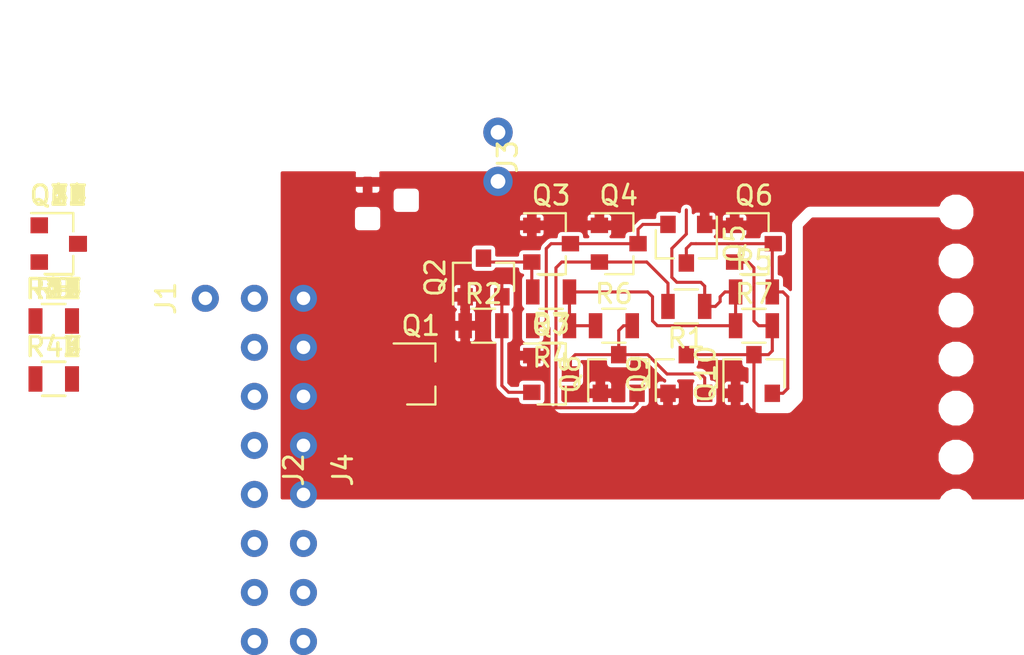
<source format=kicad_pcb>
(kicad_pcb (version 4) (host pcbnew 4.0.7)
  (layers (0 F.Cu signal) (31 B.Cu signal) (34 B.Paste user) (35 F.Paste user) (36 B.SilkS user) (37 F.SilkS user) (38 B.Mask user) (39 F.Mask user) (44 Edge.Cuts user))
  (net 0 "")
  (net 1 GND)
  (net 2 /notW)
  (net 3 VCC)
  (net 4 /W)
  (net 5 /I0)
  (net 6 /I1)
  (net 7 /I2)
  (net 8 /I3)
  (net 9 /I4)
  (net 10 /I5)
  (net 11 /I6)
  (net 12 /I7)
  (net 13 /O0)
  (net 14 /O1)
  (net 15 /O2)
  (net 16 /O3)
  (net 17 /O4)
  (net 18 /O5)
  (net 19 /O6)
  (net 20 /O7)
  (net 21 "Net-(Q10-Pad2)")
  (net 22 "Net-(Q11-Pad3)")
  (net 23 "Net-(Q12-Pad3)")
  (net 24 "Net-(Q14-Pad3)")
  (net 25 "Net-(Q16-Pad3)")
  (net 26 "Net-(Q20-Pad3)")
  (net 27 "Net-(Q21-Pad3)")
  (net 28 "Net-(Q23-Pad3)")
  (net 29 "Net-(Q25-Pad3)")
  (net 30 "Net-(Q48-Pad3)")
  (net 31 "Net-(Q50-Pad3)")
  (net 32 "Net-(Q52-Pad3)")
  (net 33 "Net-(Q56-Pad3)")
  (net 34 "Net-(Q2-Pad3)")
  (net 35 "Net-(Q3-Pad3)")
  (net 36 "Net-(Q7-Pad3)")
  (net 37 "Net-(Q29-Pad3)")
  (net 38 "Net-(Q30-Pad3)")
  (net 39 "Net-(Q32-Pad3)")
  (net 40 "Net-(Q34-Pad3)")
  (net 41 "Net-(Q38-Pad3)")
  (net 42 "Net-(Q39-Pad3)")
  (net 43 "Net-(Q41-Pad3)")
  (net 44 "Net-(Q43-Pad3)")
  (net 45 "Net-(Q47-Pad3)")
  (net 46 "Net-(Q57-Pad3)")
  (net 47 "Net-(Q59-Pad3)")
  (net 48 "Net-(Q61-Pad3)")
  (net 49 "Net-(Q65-Pad3)")
  (net 50 "Net-(Q66-Pad3)")
  (net 51 "Net-(Q68-Pad3)")
  (net 52 "Net-(Q70-Pad3)")
  (module Resistors_SMD:R_0805 (layer F.Cu) (at 130 68.25)
    (fp_text reference R5 (at 0 -1.65) (layer F.SilkS))
    (fp_text value R)
    (pad 1 smd rect (at -0.95 0) (size 0.7 1.3) (layers F.Cu F.Paste F.Mask) (net 3 VCC))
    (pad 2 smd rect (at 0.95 0) (size 0.7 1.3) (layers F.Cu F.Paste F.Mask) (net 21 "Net-(Q10-Pad2)"))
  )
  (module TO_SOT_Packages_SMD:SOT-23 (layer F.Cu) (at 112.75 72.5)
    (fp_text reference Q1 (at 0 -2.5) (layer F.SilkS))
    (fp_text value 2N7000)
    (pad 1 smd rect (at -1 -0.95) (size 0.9 0.8) (layers F.Cu F.Paste F.Mask) (net 1 GND))
    (pad 2 smd rect (at -1 0.95) (size 0.9 0.8) (layers F.Cu F.Paste F.Mask) (net 4 /W))
    (pad 3 smd rect (at 1 0) (size 0.9 0.8) (layers F.Cu F.Paste F.Mask) (net 2 /notW))
  )
  (module TO_SOT_Packages_SMD:SOT-23 (layer F.Cu) (at 116 67.5 90)
    (fp_text reference Q2 (at 0 -2.5 90) (layer F.SilkS))
    (fp_text value 2N7000)
    (pad 1 smd rect (at -1 -0.95 90) (size 0.9 0.8) (layers F.Cu F.Paste F.Mask) (net 1 GND))
    (pad 2 smd rect (at -1 0.95 90) (size 0.9 0.8) (layers F.Cu F.Paste F.Mask) (net 5 /I0))
    (pad 3 smd rect (at 1 0 90) (size 0.9 0.8) (layers F.Cu F.Paste F.Mask) (net 34 "Net-(Q2-Pad3)"))
  )
  (module TO_SOT_Packages_SMD:SOT-23 (layer F.Cu) (at 119.5 65.75)
    (fp_text reference Q3 (at 0 -2.5) (layer F.SilkS))
    (fp_text value 2N7000)
    (pad 1 smd rect (at -1 -0.95) (size 0.9 0.8) (layers F.Cu F.Paste F.Mask) (net 1 GND))
    (pad 2 smd rect (at -1 0.95) (size 0.9 0.8) (layers F.Cu F.Paste F.Mask) (net 34 "Net-(Q2-Pad3)"))
    (pad 3 smd rect (at 1 0) (size 0.9 0.8) (layers F.Cu F.Paste F.Mask) (net 35 "Net-(Q3-Pad3)"))
  )
  (module TO_SOT_Packages_SMD:SOT-23 (layer F.Cu) (at 123 65.75)
    (fp_text reference Q4 (at 0 -2.5) (layer F.SilkS))
    (fp_text value 2N7000)
    (pad 1 smd rect (at -1 -0.95) (size 0.9 0.8) (layers F.Cu F.Paste F.Mask) (net 1 GND))
    (pad 2 smd rect (at -1 0.95) (size 0.9 0.8) (layers F.Cu F.Paste F.Mask) (net 2 /notW))
    (pad 3 smd rect (at 1 0) (size 0.9 0.8) (layers F.Cu F.Paste F.Mask) (net 35 "Net-(Q3-Pad3)"))
  )
  (module TO_SOT_Packages_SMD:SOT-23 (layer F.Cu) (at 126.5 65.75 270)
    (fp_text reference Q5 (at 0 -2.5 270) (layer F.SilkS))
    (fp_text value 2N7000)
    (pad 1 smd rect (at -1 -0.95 270) (size 0.9 0.8) (layers F.Cu F.Paste F.Mask) (net 1 GND))
    (pad 2 smd rect (at -1 0.95 270) (size 0.9 0.8) (layers F.Cu F.Paste F.Mask) (net 35 "Net-(Q3-Pad3)"))
    (pad 3 smd rect (at 1 0 270) (size 0.9 0.8) (layers F.Cu F.Paste F.Mask) (net 21 "Net-(Q10-Pad2)"))
  )
  (module TO_SOT_Packages_SMD:SOT-23 (layer F.Cu) (at 130 65.75)
    (fp_text reference Q6 (at 0 -2.5) (layer F.SilkS))
    (fp_text value 2N7000)
    (pad 1 smd rect (at -1 -0.95) (size 0.9 0.8) (layers F.Cu F.Paste F.Mask) (net 1 GND))
    (pad 2 smd rect (at -1 0.95) (size 0.9 0.8) (layers F.Cu F.Paste F.Mask) (net 13 /O0))
    (pad 3 smd rect (at 1 0) (size 0.9 0.8) (layers F.Cu F.Paste F.Mask) (net 21 "Net-(Q10-Pad2)"))
  )
  (module TO_SOT_Packages_SMD:SOT-23 (layer F.Cu) (at 119.5 72.5)
    (fp_text reference Q7 (at 0 -2.5) (layer F.SilkS))
    (fp_text value 2N7000)
    (pad 1 smd rect (at -1 -0.95) (size 0.9 0.8) (layers F.Cu F.Paste F.Mask) (net 1 GND))
    (pad 2 smd rect (at -1 0.95) (size 0.9 0.8) (layers F.Cu F.Paste F.Mask) (net 5 /I0))
    (pad 3 smd rect (at 1 0) (size 0.9 0.8) (layers F.Cu F.Paste F.Mask) (net 36 "Net-(Q7-Pad3)"))
  )
  (module TO_SOT_Packages_SMD:SOT-23 (layer F.Cu) (at 123 72.5 90)
    (fp_text reference Q8 (at 0 -2.5 90) (layer F.SilkS))
    (fp_text value 2N7000)
    (pad 1 smd rect (at -1 -0.95 90) (size 0.9 0.8) (layers F.Cu F.Paste F.Mask) (net 1 GND))
    (pad 2 smd rect (at -1 0.95 90) (size 0.9 0.8) (layers F.Cu F.Paste F.Mask) (net 2 /notW))
    (pad 3 smd rect (at 1 0 90) (size 0.9 0.8) (layers F.Cu F.Paste F.Mask) (net 36 "Net-(Q7-Pad3)"))
  )
  (module TO_SOT_Packages_SMD:SOT-23 (layer F.Cu) (at 126.5 72.5 90)
    (fp_text reference Q9 (at 0 -2.5 90) (layer F.SilkS))
    (fp_text value 2N7000)
    (pad 1 smd rect (at -1 -0.95 90) (size 0.9 0.8) (layers F.Cu F.Paste F.Mask) (net 1 GND))
    (pad 2 smd rect (at -1 0.95 90) (size 0.9 0.8) (layers F.Cu F.Paste F.Mask) (net 36 "Net-(Q7-Pad3)"))
    (pad 3 smd rect (at 1 0 90) (size 0.9 0.8) (layers F.Cu F.Paste F.Mask) (net 13 /O0))
  )
  (module Resistors_SMD:R_0805 (layer F.Cu) (at 126.5 69 180)
    (fp_text reference R1 (at 0 -1.65 180) (layer F.SilkS))
    (fp_text value R)
    (pad 1 smd rect (at -0.95 0 180) (size 0.7 1.3) (layers F.Cu F.Paste F.Mask) (net 3 VCC))
    (pad 2 smd rect (at 0.95 0 180) (size 0.7 1.3) (layers F.Cu F.Paste F.Mask) (net 2 /notW))
  )
  (module Resistors_SMD:R_0805 (layer F.Cu) (at 116 70)
    (fp_text reference R2 (at 0 -1.65) (layer F.SilkS))
    (fp_text value R)
    (pad 1 smd rect (at -0.95 0) (size 0.7 1.3) (layers F.Cu F.Paste F.Mask) (net 1 GND))
    (pad 2 smd rect (at 0.95 0) (size 0.7 1.3) (layers F.Cu F.Paste F.Mask) (net 5 /I0))
  )
  (module Resistors_SMD:R_0805 (layer F.Cu) (at 119.5 68.25 180)
    (fp_text reference R3 (at 0 -1.65 180) (layer F.SilkS))
    (fp_text value R)
    (pad 1 smd rect (at -0.95 0 180) (size 0.7 1.3) (layers F.Cu F.Paste F.Mask) (net 3 VCC))
    (pad 2 smd rect (at 0.95 0 180) (size 0.7 1.3) (layers F.Cu F.Paste F.Mask) (net 34 "Net-(Q2-Pad3)"))
  )
  (module Resistors_SMD:R_0805 (layer F.Cu) (at 119.5 70 180)
    (fp_text reference R4 (at 0 -1.65 180) (layer F.SilkS))
    (fp_text value R)
    (pad 1 smd rect (at -0.95 0 180) (size 0.7 1.3) (layers F.Cu F.Paste F.Mask) (net 3 VCC))
    (pad 2 smd rect (at 0.95 0 180) (size 0.7 1.3) (layers F.Cu F.Paste F.Mask) (net 35 "Net-(Q3-Pad3)"))
  )
  (module emlun:J1-1_bit_bus (layer F.Cu) (at 99.06 68.58 90)
    (fp_text reference J1 (at 0 0.5 90) (layer F.SilkS))
    (fp_text value J1-1_bit_bus)
    (pad 1 thru_hole circle (at 0 2.54 90) (size 1.4 1.4) (drill 0.7) (layers *.Cu *.Mask) (net 4 /W))
  )
  (module emlun:J8-8_bit_bus_connector (layer F.Cu) (at 106.68 77.47 270)
    (fp_text reference J2 (at 0 0.5 270) (layer F.SilkS))
    (fp_text value J8-8_bit_bus_connector)
    (pad 0 thru_hole circle (at -8.89 2.54 270) (size 1.4 1.4) (drill 0.7) (layers *.Cu *.Mask) (net 5 /I0))
    (pad 1 thru_hole circle (at -6.35 2.54 270) (size 1.4 1.4) (drill 0.7) (layers *.Cu *.Mask) (net 6 /I1))
    (pad 2 thru_hole circle (at -3.81 2.54 270) (size 1.4 1.4) (drill 0.7) (layers *.Cu *.Mask) (net 7 /I2))
    (pad 3 thru_hole circle (at -1.27 2.54 270) (size 1.4 1.4) (drill 0.7) (layers *.Cu *.Mask) (net 8 /I3))
    (pad 4 thru_hole circle (at 1.27 2.54 270) (size 1.4 1.4) (drill 0.7) (layers *.Cu *.Mask) (net 9 /I4))
    (pad 5 thru_hole circle (at 3.81 2.54 270) (size 1.4 1.4) (drill 0.7) (layers *.Cu *.Mask) (net 10 /I5))
    (pad 6 thru_hole circle (at 6.35 2.54 270) (size 1.4 1.4) (drill 0.7) (layers *.Cu *.Mask) (net 11 /I6))
    (pad 7 thru_hole circle (at 8.89 2.54 270) (size 1.4 1.4) (drill 0.7) (layers *.Cu *.Mask) (net 12 /I7))
  )
  (module emlun:J2-2_pole_connector (layer F.Cu) (at 116.75 61.25 90)
    (fp_text reference J3 (at 0 0.5 90) (layer F.SilkS))
    (fp_text value J2-2_pole_connector)
    (pad 1 thru_hole circle (at -1.27 0 90) (size 1.524 1.524) (drill 0.762) (layers *.Cu *.Mask) (net 1 GND))
    (pad 2 thru_hole circle (at 1.27 0 90) (size 1.524 1.524) (drill 0.762) (layers *.Cu *.Mask) (net 3 VCC))
  )
  (module emlun:J8-8_bit_bus_connector (layer F.Cu) (at 109.22 77.47 270)
    (fp_text reference J4 (at 0 0.5 270) (layer F.SilkS))
    (fp_text value J8-8_bit_bus_connector)
    (pad 0 thru_hole circle (at -8.89 2.54 270) (size 1.4 1.4) (drill 0.7) (layers *.Cu *.Mask) (net 13 /O0))
    (pad 1 thru_hole circle (at -6.35 2.54 270) (size 1.4 1.4) (drill 0.7) (layers *.Cu *.Mask) (net 14 /O1))
    (pad 2 thru_hole circle (at -3.81 2.54 270) (size 1.4 1.4) (drill 0.7) (layers *.Cu *.Mask) (net 15 /O2))
    (pad 3 thru_hole circle (at -1.27 2.54 270) (size 1.4 1.4) (drill 0.7) (layers *.Cu *.Mask) (net 16 /O3))
    (pad 4 thru_hole circle (at 1.27 2.54 270) (size 1.4 1.4) (drill 0.7) (layers *.Cu *.Mask) (net 17 /O4))
    (pad 5 thru_hole circle (at 3.81 2.54 270) (size 1.4 1.4) (drill 0.7) (layers *.Cu *.Mask) (net 18 /O5))
    (pad 6 thru_hole circle (at 6.35 2.54 270) (size 1.4 1.4) (drill 0.7) (layers *.Cu *.Mask) (net 19 /O6))
    (pad 7 thru_hole circle (at 8.89 2.54 270) (size 1.4 1.4) (drill 0.7) (layers *.Cu *.Mask) (net 20 /O7))
  )
  (module TO_SOT_Packages_SMD:SOT-23 (layer F.Cu) (at 130 72.5 90)
    (fp_text reference Q10 (at 0 -2.5 90) (layer F.SilkS))
    (fp_text value 2N7000)
    (pad 1 smd rect (at -1 -0.95 90) (size 0.9 0.8) (layers F.Cu F.Paste F.Mask) (net 1 GND))
    (pad 2 smd rect (at -1 0.95 90) (size 0.9 0.8) (layers F.Cu F.Paste F.Mask) (net 21 "Net-(Q10-Pad2)"))
    (pad 3 smd rect (at 1 0 90) (size 0.9 0.8) (layers F.Cu F.Paste F.Mask) (net 13 /O0))
  )
  (module TO_SOT_Packages_SMD:SOT-23 (layer F.Cu) (at 94 65.75)
    (fp_text reference Q11 (at 0 -2.5) (layer F.SilkS))
    (fp_text value 2N7000)
    (pad 1 smd rect (at -1 -0.95) (size 0.9 0.8) (layers F.Cu F.Paste F.Mask) (net 1 GND))
    (pad 2 smd rect (at -1 0.95) (size 0.9 0.8) (layers F.Cu F.Paste F.Mask) (net 6 /I1))
    (pad 3 smd rect (at 1 0) (size 0.9 0.8) (layers F.Cu F.Paste F.Mask) (net 22 "Net-(Q11-Pad3)"))
  )
  (module TO_SOT_Packages_SMD:SOT-23 (layer F.Cu) (at 94 65.75)
    (fp_text reference Q12 (at 0 -2.5) (layer F.SilkS))
    (fp_text value 2N7000)
    (pad 1 smd rect (at -1 -0.95) (size 0.9 0.8) (layers F.Cu F.Paste F.Mask) (net 1 GND))
    (pad 2 smd rect (at -1 0.95) (size 0.9 0.8) (layers F.Cu F.Paste F.Mask) (net 22 "Net-(Q11-Pad3)"))
    (pad 3 smd rect (at 1 0) (size 0.9 0.8) (layers F.Cu F.Paste F.Mask) (net 23 "Net-(Q12-Pad3)"))
  )
  (module TO_SOT_Packages_SMD:SOT-23 (layer F.Cu) (at 94 65.75)
    (fp_text reference Q13 (at 0 -2.5) (layer F.SilkS))
    (fp_text value 2N7000)
    (pad 1 smd rect (at -1 -0.95) (size 0.9 0.8) (layers F.Cu F.Paste F.Mask) (net 1 GND))
    (pad 2 smd rect (at -1 0.95) (size 0.9 0.8) (layers F.Cu F.Paste F.Mask) (net 2 /notW))
    (pad 3 smd rect (at 1 0) (size 0.9 0.8) (layers F.Cu F.Paste F.Mask) (net 23 "Net-(Q12-Pad3)"))
  )
  (module TO_SOT_Packages_SMD:SOT-23 (layer F.Cu) (at 94 65.75)
    (fp_text reference Q14 (at 0 -2.5) (layer F.SilkS))
    (fp_text value 2N7000)
    (pad 1 smd rect (at -1 -0.95) (size 0.9 0.8) (layers F.Cu F.Paste F.Mask) (net 1 GND))
    (pad 2 smd rect (at -1 0.95) (size 0.9 0.8) (layers F.Cu F.Paste F.Mask) (net 23 "Net-(Q12-Pad3)"))
    (pad 3 smd rect (at 1 0) (size 0.9 0.8) (layers F.Cu F.Paste F.Mask) (net 24 "Net-(Q14-Pad3)"))
  )
  (module TO_SOT_Packages_SMD:SOT-23 (layer F.Cu) (at 94 65.75)
    (fp_text reference Q15 (at 0 -2.5) (layer F.SilkS))
    (fp_text value 2N7000)
    (pad 1 smd rect (at -1 -0.95) (size 0.9 0.8) (layers F.Cu F.Paste F.Mask) (net 1 GND))
    (pad 2 smd rect (at -1 0.95) (size 0.9 0.8) (layers F.Cu F.Paste F.Mask) (net 14 /O1))
    (pad 3 smd rect (at 1 0) (size 0.9 0.8) (layers F.Cu F.Paste F.Mask) (net 24 "Net-(Q14-Pad3)"))
  )
  (module TO_SOT_Packages_SMD:SOT-23 (layer F.Cu) (at 94 65.75)
    (fp_text reference Q16 (at 0 -2.5) (layer F.SilkS))
    (fp_text value 2N7000)
    (pad 1 smd rect (at -1 -0.95) (size 0.9 0.8) (layers F.Cu F.Paste F.Mask) (net 1 GND))
    (pad 2 smd rect (at -1 0.95) (size 0.9 0.8) (layers F.Cu F.Paste F.Mask) (net 6 /I1))
    (pad 3 smd rect (at 1 0) (size 0.9 0.8) (layers F.Cu F.Paste F.Mask) (net 25 "Net-(Q16-Pad3)"))
  )
  (module TO_SOT_Packages_SMD:SOT-23 (layer F.Cu) (at 94 65.75)
    (fp_text reference Q17 (at 0 -2.5) (layer F.SilkS))
    (fp_text value 2N7000)
    (pad 1 smd rect (at -1 -0.95) (size 0.9 0.8) (layers F.Cu F.Paste F.Mask) (net 1 GND))
    (pad 2 smd rect (at -1 0.95) (size 0.9 0.8) (layers F.Cu F.Paste F.Mask) (net 2 /notW))
    (pad 3 smd rect (at 1 0) (size 0.9 0.8) (layers F.Cu F.Paste F.Mask) (net 25 "Net-(Q16-Pad3)"))
  )
  (module TO_SOT_Packages_SMD:SOT-23 (layer F.Cu) (at 94 65.75)
    (fp_text reference Q18 (at 0 -2.5) (layer F.SilkS))
    (fp_text value 2N7000)
    (pad 1 smd rect (at -1 -0.95) (size 0.9 0.8) (layers F.Cu F.Paste F.Mask) (net 1 GND))
    (pad 2 smd rect (at -1 0.95) (size 0.9 0.8) (layers F.Cu F.Paste F.Mask) (net 25 "Net-(Q16-Pad3)"))
    (pad 3 smd rect (at 1 0) (size 0.9 0.8) (layers F.Cu F.Paste F.Mask) (net 14 /O1))
  )
  (module TO_SOT_Packages_SMD:SOT-23 (layer F.Cu) (at 94 65.75)
    (fp_text reference Q19 (at 0 -2.5) (layer F.SilkS))
    (fp_text value 2N7000)
    (pad 1 smd rect (at -1 -0.95) (size 0.9 0.8) (layers F.Cu F.Paste F.Mask) (net 1 GND))
    (pad 2 smd rect (at -1 0.95) (size 0.9 0.8) (layers F.Cu F.Paste F.Mask) (net 24 "Net-(Q14-Pad3)"))
    (pad 3 smd rect (at 1 0) (size 0.9 0.8) (layers F.Cu F.Paste F.Mask) (net 14 /O1))
  )
  (module TO_SOT_Packages_SMD:SOT-23 (layer F.Cu) (at 94 65.75)
    (fp_text reference Q20 (at 0 -2.5) (layer F.SilkS))
    (fp_text value 2N7000)
    (pad 1 smd rect (at -1 -0.95) (size 0.9 0.8) (layers F.Cu F.Paste F.Mask) (net 1 GND))
    (pad 2 smd rect (at -1 0.95) (size 0.9 0.8) (layers F.Cu F.Paste F.Mask) (net 7 /I2))
    (pad 3 smd rect (at 1 0) (size 0.9 0.8) (layers F.Cu F.Paste F.Mask) (net 26 "Net-(Q20-Pad3)"))
  )
  (module TO_SOT_Packages_SMD:SOT-23 (layer F.Cu) (at 94 65.75)
    (fp_text reference Q21 (at 0 -2.5) (layer F.SilkS))
    (fp_text value 2N7000)
    (pad 1 smd rect (at -1 -0.95) (size 0.9 0.8) (layers F.Cu F.Paste F.Mask) (net 1 GND))
    (pad 2 smd rect (at -1 0.95) (size 0.9 0.8) (layers F.Cu F.Paste F.Mask) (net 26 "Net-(Q20-Pad3)"))
    (pad 3 smd rect (at 1 0) (size 0.9 0.8) (layers F.Cu F.Paste F.Mask) (net 27 "Net-(Q21-Pad3)"))
  )
  (module TO_SOT_Packages_SMD:SOT-23 (layer F.Cu) (at 94 65.75)
    (fp_text reference Q22 (at 0 -2.5) (layer F.SilkS))
    (fp_text value 2N7000)
    (pad 1 smd rect (at -1 -0.95) (size 0.9 0.8) (layers F.Cu F.Paste F.Mask) (net 1 GND))
    (pad 2 smd rect (at -1 0.95) (size 0.9 0.8) (layers F.Cu F.Paste F.Mask) (net 2 /notW))
    (pad 3 smd rect (at 1 0) (size 0.9 0.8) (layers F.Cu F.Paste F.Mask) (net 27 "Net-(Q21-Pad3)"))
  )
  (module TO_SOT_Packages_SMD:SOT-23 (layer F.Cu) (at 94 65.75)
    (fp_text reference Q23 (at 0 -2.5) (layer F.SilkS))
    (fp_text value 2N7000)
    (pad 1 smd rect (at -1 -0.95) (size 0.9 0.8) (layers F.Cu F.Paste F.Mask) (net 1 GND))
    (pad 2 smd rect (at -1 0.95) (size 0.9 0.8) (layers F.Cu F.Paste F.Mask) (net 27 "Net-(Q21-Pad3)"))
    (pad 3 smd rect (at 1 0) (size 0.9 0.8) (layers F.Cu F.Paste F.Mask) (net 28 "Net-(Q23-Pad3)"))
  )
  (module TO_SOT_Packages_SMD:SOT-23 (layer F.Cu) (at 94 65.75)
    (fp_text reference Q24 (at 0 -2.5) (layer F.SilkS))
    (fp_text value 2N7000)
    (pad 1 smd rect (at -1 -0.95) (size 0.9 0.8) (layers F.Cu F.Paste F.Mask) (net 1 GND))
    (pad 2 smd rect (at -1 0.95) (size 0.9 0.8) (layers F.Cu F.Paste F.Mask) (net 15 /O2))
    (pad 3 smd rect (at 1 0) (size 0.9 0.8) (layers F.Cu F.Paste F.Mask) (net 28 "Net-(Q23-Pad3)"))
  )
  (module TO_SOT_Packages_SMD:SOT-23 (layer F.Cu) (at 94 65.75)
    (fp_text reference Q25 (at 0 -2.5) (layer F.SilkS))
    (fp_text value 2N7000)
    (pad 1 smd rect (at -1 -0.95) (size 0.9 0.8) (layers F.Cu F.Paste F.Mask) (net 1 GND))
    (pad 2 smd rect (at -1 0.95) (size 0.9 0.8) (layers F.Cu F.Paste F.Mask) (net 7 /I2))
    (pad 3 smd rect (at 1 0) (size 0.9 0.8) (layers F.Cu F.Paste F.Mask) (net 29 "Net-(Q25-Pad3)"))
  )
  (module TO_SOT_Packages_SMD:SOT-23 (layer F.Cu) (at 94 65.75)
    (fp_text reference Q26 (at 0 -2.5) (layer F.SilkS))
    (fp_text value 2N7000)
    (pad 1 smd rect (at -1 -0.95) (size 0.9 0.8) (layers F.Cu F.Paste F.Mask) (net 1 GND))
    (pad 2 smd rect (at -1 0.95) (size 0.9 0.8) (layers F.Cu F.Paste F.Mask) (net 2 /notW))
    (pad 3 smd rect (at 1 0) (size 0.9 0.8) (layers F.Cu F.Paste F.Mask) (net 29 "Net-(Q25-Pad3)"))
  )
  (module TO_SOT_Packages_SMD:SOT-23 (layer F.Cu) (at 94 65.75)
    (fp_text reference Q27 (at 0 -2.5) (layer F.SilkS))
    (fp_text value 2N7000)
    (pad 1 smd rect (at -1 -0.95) (size 0.9 0.8) (layers F.Cu F.Paste F.Mask) (net 1 GND))
    (pad 2 smd rect (at -1 0.95) (size 0.9 0.8) (layers F.Cu F.Paste F.Mask) (net 29 "Net-(Q25-Pad3)"))
    (pad 3 smd rect (at 1 0) (size 0.9 0.8) (layers F.Cu F.Paste F.Mask) (net 15 /O2))
  )
  (module TO_SOT_Packages_SMD:SOT-23 (layer F.Cu) (at 94 65.75)
    (fp_text reference Q28 (at 0 -2.5) (layer F.SilkS))
    (fp_text value 2N7000)
    (pad 1 smd rect (at -1 -0.95) (size 0.9 0.8) (layers F.Cu F.Paste F.Mask) (net 1 GND))
    (pad 2 smd rect (at -1 0.95) (size 0.9 0.8) (layers F.Cu F.Paste F.Mask) (net 28 "Net-(Q23-Pad3)"))
    (pad 3 smd rect (at 1 0) (size 0.9 0.8) (layers F.Cu F.Paste F.Mask) (net 15 /O2))
  )
  (module TO_SOT_Packages_SMD:SOT-23 (layer F.Cu) (at 94 65.75)
    (fp_text reference Q29 (at 0 -2.5) (layer F.SilkS))
    (fp_text value 2N7000)
    (pad 1 smd rect (at -1 -0.95) (size 0.9 0.8) (layers F.Cu F.Paste F.Mask) (net 1 GND))
    (pad 2 smd rect (at -1 0.95) (size 0.9 0.8) (layers F.Cu F.Paste F.Mask) (net 8 /I3))
    (pad 3 smd rect (at 1 0) (size 0.9 0.8) (layers F.Cu F.Paste F.Mask) (net 37 "Net-(Q29-Pad3)"))
  )
  (module TO_SOT_Packages_SMD:SOT-23 (layer F.Cu) (at 94 65.75)
    (fp_text reference Q30 (at 0 -2.5) (layer F.SilkS))
    (fp_text value 2N7000)
    (pad 1 smd rect (at -1 -0.95) (size 0.9 0.8) (layers F.Cu F.Paste F.Mask) (net 1 GND))
    (pad 2 smd rect (at -1 0.95) (size 0.9 0.8) (layers F.Cu F.Paste F.Mask) (net 37 "Net-(Q29-Pad3)"))
    (pad 3 smd rect (at 1 0) (size 0.9 0.8) (layers F.Cu F.Paste F.Mask) (net 38 "Net-(Q30-Pad3)"))
  )
  (module TO_SOT_Packages_SMD:SOT-23 (layer F.Cu) (at 94 65.75)
    (fp_text reference Q31 (at 0 -2.5) (layer F.SilkS))
    (fp_text value 2N7000)
    (pad 1 smd rect (at -1 -0.95) (size 0.9 0.8) (layers F.Cu F.Paste F.Mask) (net 1 GND))
    (pad 2 smd rect (at -1 0.95) (size 0.9 0.8) (layers F.Cu F.Paste F.Mask) (net 2 /notW))
    (pad 3 smd rect (at 1 0) (size 0.9 0.8) (layers F.Cu F.Paste F.Mask) (net 38 "Net-(Q30-Pad3)"))
  )
  (module TO_SOT_Packages_SMD:SOT-23 (layer F.Cu) (at 94 65.75)
    (fp_text reference Q32 (at 0 -2.5) (layer F.SilkS))
    (fp_text value 2N7000)
    (pad 1 smd rect (at -1 -0.95) (size 0.9 0.8) (layers F.Cu F.Paste F.Mask) (net 1 GND))
    (pad 2 smd rect (at -1 0.95) (size 0.9 0.8) (layers F.Cu F.Paste F.Mask) (net 38 "Net-(Q30-Pad3)"))
    (pad 3 smd rect (at 1 0) (size 0.9 0.8) (layers F.Cu F.Paste F.Mask) (net 39 "Net-(Q32-Pad3)"))
  )
  (module TO_SOT_Packages_SMD:SOT-23 (layer F.Cu) (at 94 65.75)
    (fp_text reference Q33 (at 0 -2.5) (layer F.SilkS))
    (fp_text value 2N7000)
    (pad 1 smd rect (at -1 -0.95) (size 0.9 0.8) (layers F.Cu F.Paste F.Mask) (net 1 GND))
    (pad 2 smd rect (at -1 0.95) (size 0.9 0.8) (layers F.Cu F.Paste F.Mask) (net 16 /O3))
    (pad 3 smd rect (at 1 0) (size 0.9 0.8) (layers F.Cu F.Paste F.Mask) (net 39 "Net-(Q32-Pad3)"))
  )
  (module TO_SOT_Packages_SMD:SOT-23 (layer F.Cu) (at 94 65.75)
    (fp_text reference Q34 (at 0 -2.5) (layer F.SilkS))
    (fp_text value 2N7000)
    (pad 1 smd rect (at -1 -0.95) (size 0.9 0.8) (layers F.Cu F.Paste F.Mask) (net 1 GND))
    (pad 2 smd rect (at -1 0.95) (size 0.9 0.8) (layers F.Cu F.Paste F.Mask) (net 8 /I3))
    (pad 3 smd rect (at 1 0) (size 0.9 0.8) (layers F.Cu F.Paste F.Mask) (net 40 "Net-(Q34-Pad3)"))
  )
  (module TO_SOT_Packages_SMD:SOT-23 (layer F.Cu) (at 94 65.75)
    (fp_text reference Q35 (at 0 -2.5) (layer F.SilkS))
    (fp_text value 2N7000)
    (pad 1 smd rect (at -1 -0.95) (size 0.9 0.8) (layers F.Cu F.Paste F.Mask) (net 1 GND))
    (pad 2 smd rect (at -1 0.95) (size 0.9 0.8) (layers F.Cu F.Paste F.Mask) (net 2 /notW))
    (pad 3 smd rect (at 1 0) (size 0.9 0.8) (layers F.Cu F.Paste F.Mask) (net 40 "Net-(Q34-Pad3)"))
  )
  (module TO_SOT_Packages_SMD:SOT-23 (layer F.Cu) (at 94 65.75)
    (fp_text reference Q36 (at 0 -2.5) (layer F.SilkS))
    (fp_text value 2N7000)
    (pad 1 smd rect (at -1 -0.95) (size 0.9 0.8) (layers F.Cu F.Paste F.Mask) (net 1 GND))
    (pad 2 smd rect (at -1 0.95) (size 0.9 0.8) (layers F.Cu F.Paste F.Mask) (net 40 "Net-(Q34-Pad3)"))
    (pad 3 smd rect (at 1 0) (size 0.9 0.8) (layers F.Cu F.Paste F.Mask) (net 16 /O3))
  )
  (module TO_SOT_Packages_SMD:SOT-23 (layer F.Cu) (at 94 65.75)
    (fp_text reference Q37 (at 0 -2.5) (layer F.SilkS))
    (fp_text value 2N7000)
    (pad 1 smd rect (at -1 -0.95) (size 0.9 0.8) (layers F.Cu F.Paste F.Mask) (net 1 GND))
    (pad 2 smd rect (at -1 0.95) (size 0.9 0.8) (layers F.Cu F.Paste F.Mask) (net 39 "Net-(Q32-Pad3)"))
    (pad 3 smd rect (at 1 0) (size 0.9 0.8) (layers F.Cu F.Paste F.Mask) (net 16 /O3))
  )
  (module TO_SOT_Packages_SMD:SOT-23 (layer F.Cu) (at 94 65.75)
    (fp_text reference Q38 (at 0 -2.5) (layer F.SilkS))
    (fp_text value 2N7000)
    (pad 1 smd rect (at -1 -0.95) (size 0.9 0.8) (layers F.Cu F.Paste F.Mask) (net 1 GND))
    (pad 2 smd rect (at -1 0.95) (size 0.9 0.8) (layers F.Cu F.Paste F.Mask) (net 9 /I4))
    (pad 3 smd rect (at 1 0) (size 0.9 0.8) (layers F.Cu F.Paste F.Mask) (net 41 "Net-(Q38-Pad3)"))
  )
  (module TO_SOT_Packages_SMD:SOT-23 (layer F.Cu) (at 94 65.75)
    (fp_text reference Q39 (at 0 -2.5) (layer F.SilkS))
    (fp_text value 2N7000)
    (pad 1 smd rect (at -1 -0.95) (size 0.9 0.8) (layers F.Cu F.Paste F.Mask) (net 1 GND))
    (pad 2 smd rect (at -1 0.95) (size 0.9 0.8) (layers F.Cu F.Paste F.Mask) (net 41 "Net-(Q38-Pad3)"))
    (pad 3 smd rect (at 1 0) (size 0.9 0.8) (layers F.Cu F.Paste F.Mask) (net 42 "Net-(Q39-Pad3)"))
  )
  (module TO_SOT_Packages_SMD:SOT-23 (layer F.Cu) (at 94 65.75)
    (fp_text reference Q40 (at 0 -2.5) (layer F.SilkS))
    (fp_text value 2N7000)
    (pad 1 smd rect (at -1 -0.95) (size 0.9 0.8) (layers F.Cu F.Paste F.Mask) (net 1 GND))
    (pad 2 smd rect (at -1 0.95) (size 0.9 0.8) (layers F.Cu F.Paste F.Mask) (net 2 /notW))
    (pad 3 smd rect (at 1 0) (size 0.9 0.8) (layers F.Cu F.Paste F.Mask) (net 42 "Net-(Q39-Pad3)"))
  )
  (module TO_SOT_Packages_SMD:SOT-23 (layer F.Cu) (at 94 65.75)
    (fp_text reference Q41 (at 0 -2.5) (layer F.SilkS))
    (fp_text value 2N7000)
    (pad 1 smd rect (at -1 -0.95) (size 0.9 0.8) (layers F.Cu F.Paste F.Mask) (net 1 GND))
    (pad 2 smd rect (at -1 0.95) (size 0.9 0.8) (layers F.Cu F.Paste F.Mask) (net 42 "Net-(Q39-Pad3)"))
    (pad 3 smd rect (at 1 0) (size 0.9 0.8) (layers F.Cu F.Paste F.Mask) (net 43 "Net-(Q41-Pad3)"))
  )
  (module TO_SOT_Packages_SMD:SOT-23 (layer F.Cu) (at 94 65.75)
    (fp_text reference Q42 (at 0 -2.5) (layer F.SilkS))
    (fp_text value 2N7000)
    (pad 1 smd rect (at -1 -0.95) (size 0.9 0.8) (layers F.Cu F.Paste F.Mask) (net 1 GND))
    (pad 2 smd rect (at -1 0.95) (size 0.9 0.8) (layers F.Cu F.Paste F.Mask) (net 17 /O4))
    (pad 3 smd rect (at 1 0) (size 0.9 0.8) (layers F.Cu F.Paste F.Mask) (net 43 "Net-(Q41-Pad3)"))
  )
  (module TO_SOT_Packages_SMD:SOT-23 (layer F.Cu) (at 94 65.75)
    (fp_text reference Q43 (at 0 -2.5) (layer F.SilkS))
    (fp_text value 2N7000)
    (pad 1 smd rect (at -1 -0.95) (size 0.9 0.8) (layers F.Cu F.Paste F.Mask) (net 1 GND))
    (pad 2 smd rect (at -1 0.95) (size 0.9 0.8) (layers F.Cu F.Paste F.Mask) (net 9 /I4))
    (pad 3 smd rect (at 1 0) (size 0.9 0.8) (layers F.Cu F.Paste F.Mask) (net 44 "Net-(Q43-Pad3)"))
  )
  (module TO_SOT_Packages_SMD:SOT-23 (layer F.Cu) (at 94 65.75)
    (fp_text reference Q44 (at 0 -2.5) (layer F.SilkS))
    (fp_text value 2N7000)
    (pad 1 smd rect (at -1 -0.95) (size 0.9 0.8) (layers F.Cu F.Paste F.Mask) (net 1 GND))
    (pad 2 smd rect (at -1 0.95) (size 0.9 0.8) (layers F.Cu F.Paste F.Mask) (net 2 /notW))
    (pad 3 smd rect (at 1 0) (size 0.9 0.8) (layers F.Cu F.Paste F.Mask) (net 44 "Net-(Q43-Pad3)"))
  )
  (module TO_SOT_Packages_SMD:SOT-23 (layer F.Cu) (at 94 65.75)
    (fp_text reference Q45 (at 0 -2.5) (layer F.SilkS))
    (fp_text value 2N7000)
    (pad 1 smd rect (at -1 -0.95) (size 0.9 0.8) (layers F.Cu F.Paste F.Mask) (net 1 GND))
    (pad 2 smd rect (at -1 0.95) (size 0.9 0.8) (layers F.Cu F.Paste F.Mask) (net 44 "Net-(Q43-Pad3)"))
    (pad 3 smd rect (at 1 0) (size 0.9 0.8) (layers F.Cu F.Paste F.Mask) (net 17 /O4))
  )
  (module TO_SOT_Packages_SMD:SOT-23 (layer F.Cu) (at 94 65.75)
    (fp_text reference Q46 (at 0 -2.5) (layer F.SilkS))
    (fp_text value 2N7000)
    (pad 1 smd rect (at -1 -0.95) (size 0.9 0.8) (layers F.Cu F.Paste F.Mask) (net 1 GND))
    (pad 2 smd rect (at -1 0.95) (size 0.9 0.8) (layers F.Cu F.Paste F.Mask) (net 43 "Net-(Q41-Pad3)"))
    (pad 3 smd rect (at 1 0) (size 0.9 0.8) (layers F.Cu F.Paste F.Mask) (net 17 /O4))
  )
  (module TO_SOT_Packages_SMD:SOT-23 (layer F.Cu) (at 94 65.75)
    (fp_text reference Q47 (at 0 -2.5) (layer F.SilkS))
    (fp_text value 2N7000)
    (pad 1 smd rect (at -1 -0.95) (size 0.9 0.8) (layers F.Cu F.Paste F.Mask) (net 1 GND))
    (pad 2 smd rect (at -1 0.95) (size 0.9 0.8) (layers F.Cu F.Paste F.Mask) (net 10 /I5))
    (pad 3 smd rect (at 1 0) (size 0.9 0.8) (layers F.Cu F.Paste F.Mask) (net 45 "Net-(Q47-Pad3)"))
  )
  (module TO_SOT_Packages_SMD:SOT-23 (layer F.Cu) (at 94 65.75)
    (fp_text reference Q48 (at 0 -2.5) (layer F.SilkS))
    (fp_text value 2N7000)
    (pad 1 smd rect (at -1 -0.95) (size 0.9 0.8) (layers F.Cu F.Paste F.Mask) (net 1 GND))
    (pad 2 smd rect (at -1 0.95) (size 0.9 0.8) (layers F.Cu F.Paste F.Mask) (net 45 "Net-(Q47-Pad3)"))
    (pad 3 smd rect (at 1 0) (size 0.9 0.8) (layers F.Cu F.Paste F.Mask) (net 30 "Net-(Q48-Pad3)"))
  )
  (module TO_SOT_Packages_SMD:SOT-23 (layer F.Cu) (at 94 65.75)
    (fp_text reference Q49 (at 0 -2.5) (layer F.SilkS))
    (fp_text value 2N7000)
    (pad 1 smd rect (at -1 -0.95) (size 0.9 0.8) (layers F.Cu F.Paste F.Mask) (net 1 GND))
    (pad 2 smd rect (at -1 0.95) (size 0.9 0.8) (layers F.Cu F.Paste F.Mask) (net 2 /notW))
    (pad 3 smd rect (at 1 0) (size 0.9 0.8) (layers F.Cu F.Paste F.Mask) (net 30 "Net-(Q48-Pad3)"))
  )
  (module TO_SOT_Packages_SMD:SOT-23 (layer F.Cu) (at 94 65.75)
    (fp_text reference Q50 (at 0 -2.5) (layer F.SilkS))
    (fp_text value 2N7000)
    (pad 1 smd rect (at -1 -0.95) (size 0.9 0.8) (layers F.Cu F.Paste F.Mask) (net 1 GND))
    (pad 2 smd rect (at -1 0.95) (size 0.9 0.8) (layers F.Cu F.Paste F.Mask) (net 30 "Net-(Q48-Pad3)"))
    (pad 3 smd rect (at 1 0) (size 0.9 0.8) (layers F.Cu F.Paste F.Mask) (net 31 "Net-(Q50-Pad3)"))
  )
  (module TO_SOT_Packages_SMD:SOT-23 (layer F.Cu) (at 94 65.75)
    (fp_text reference Q51 (at 0 -2.5) (layer F.SilkS))
    (fp_text value 2N7000)
    (pad 1 smd rect (at -1 -0.95) (size 0.9 0.8) (layers F.Cu F.Paste F.Mask) (net 1 GND))
    (pad 2 smd rect (at -1 0.95) (size 0.9 0.8) (layers F.Cu F.Paste F.Mask) (net 18 /O5))
    (pad 3 smd rect (at 1 0) (size 0.9 0.8) (layers F.Cu F.Paste F.Mask) (net 31 "Net-(Q50-Pad3)"))
  )
  (module TO_SOT_Packages_SMD:SOT-23 (layer F.Cu) (at 94 65.75)
    (fp_text reference Q52 (at 0 -2.5) (layer F.SilkS))
    (fp_text value 2N7000)
    (pad 1 smd rect (at -1 -0.95) (size 0.9 0.8) (layers F.Cu F.Paste F.Mask) (net 1 GND))
    (pad 2 smd rect (at -1 0.95) (size 0.9 0.8) (layers F.Cu F.Paste F.Mask) (net 10 /I5))
    (pad 3 smd rect (at 1 0) (size 0.9 0.8) (layers F.Cu F.Paste F.Mask) (net 32 "Net-(Q52-Pad3)"))
  )
  (module TO_SOT_Packages_SMD:SOT-23 (layer F.Cu) (at 94 65.75)
    (fp_text reference Q53 (at 0 -2.5) (layer F.SilkS))
    (fp_text value 2N7000)
    (pad 1 smd rect (at -1 -0.95) (size 0.9 0.8) (layers F.Cu F.Paste F.Mask) (net 1 GND))
    (pad 2 smd rect (at -1 0.95) (size 0.9 0.8) (layers F.Cu F.Paste F.Mask) (net 2 /notW))
    (pad 3 smd rect (at 1 0) (size 0.9 0.8) (layers F.Cu F.Paste F.Mask) (net 32 "Net-(Q52-Pad3)"))
  )
  (module TO_SOT_Packages_SMD:SOT-23 (layer F.Cu) (at 94 65.75)
    (fp_text reference Q54 (at 0 -2.5) (layer F.SilkS))
    (fp_text value 2N7000)
    (pad 1 smd rect (at -1 -0.95) (size 0.9 0.8) (layers F.Cu F.Paste F.Mask) (net 1 GND))
    (pad 2 smd rect (at -1 0.95) (size 0.9 0.8) (layers F.Cu F.Paste F.Mask) (net 32 "Net-(Q52-Pad3)"))
    (pad 3 smd rect (at 1 0) (size 0.9 0.8) (layers F.Cu F.Paste F.Mask) (net 18 /O5))
  )
  (module TO_SOT_Packages_SMD:SOT-23 (layer F.Cu) (at 94 65.75)
    (fp_text reference Q55 (at 0 -2.5) (layer F.SilkS))
    (fp_text value 2N7000)
    (pad 1 smd rect (at -1 -0.95) (size 0.9 0.8) (layers F.Cu F.Paste F.Mask) (net 1 GND))
    (pad 2 smd rect (at -1 0.95) (size 0.9 0.8) (layers F.Cu F.Paste F.Mask) (net 31 "Net-(Q50-Pad3)"))
    (pad 3 smd rect (at 1 0) (size 0.9 0.8) (layers F.Cu F.Paste F.Mask) (net 18 /O5))
  )
  (module TO_SOT_Packages_SMD:SOT-23 (layer F.Cu) (at 94 65.75)
    (fp_text reference Q56 (at 0 -2.5) (layer F.SilkS))
    (fp_text value 2N7000)
    (pad 1 smd rect (at -1 -0.95) (size 0.9 0.8) (layers F.Cu F.Paste F.Mask) (net 1 GND))
    (pad 2 smd rect (at -1 0.95) (size 0.9 0.8) (layers F.Cu F.Paste F.Mask) (net 11 /I6))
    (pad 3 smd rect (at 1 0) (size 0.9 0.8) (layers F.Cu F.Paste F.Mask) (net 33 "Net-(Q56-Pad3)"))
  )
  (module TO_SOT_Packages_SMD:SOT-23 (layer F.Cu) (at 94 65.75)
    (fp_text reference Q57 (at 0 -2.5) (layer F.SilkS))
    (fp_text value 2N7000)
    (pad 1 smd rect (at -1 -0.95) (size 0.9 0.8) (layers F.Cu F.Paste F.Mask) (net 1 GND))
    (pad 2 smd rect (at -1 0.95) (size 0.9 0.8) (layers F.Cu F.Paste F.Mask) (net 33 "Net-(Q56-Pad3)"))
    (pad 3 smd rect (at 1 0) (size 0.9 0.8) (layers F.Cu F.Paste F.Mask) (net 46 "Net-(Q57-Pad3)"))
  )
  (module TO_SOT_Packages_SMD:SOT-23 (layer F.Cu) (at 94 65.75)
    (fp_text reference Q58 (at 0 -2.5) (layer F.SilkS))
    (fp_text value 2N7000)
    (pad 1 smd rect (at -1 -0.95) (size 0.9 0.8) (layers F.Cu F.Paste F.Mask) (net 1 GND))
    (pad 2 smd rect (at -1 0.95) (size 0.9 0.8) (layers F.Cu F.Paste F.Mask) (net 2 /notW))
    (pad 3 smd rect (at 1 0) (size 0.9 0.8) (layers F.Cu F.Paste F.Mask) (net 46 "Net-(Q57-Pad3)"))
  )
  (module TO_SOT_Packages_SMD:SOT-23 (layer F.Cu) (at 94 65.75)
    (fp_text reference Q59 (at 0 -2.5) (layer F.SilkS))
    (fp_text value 2N7000)
    (pad 1 smd rect (at -1 -0.95) (size 0.9 0.8) (layers F.Cu F.Paste F.Mask) (net 1 GND))
    (pad 2 smd rect (at -1 0.95) (size 0.9 0.8) (layers F.Cu F.Paste F.Mask) (net 46 "Net-(Q57-Pad3)"))
    (pad 3 smd rect (at 1 0) (size 0.9 0.8) (layers F.Cu F.Paste F.Mask) (net 47 "Net-(Q59-Pad3)"))
  )
  (module TO_SOT_Packages_SMD:SOT-23 (layer F.Cu) (at 94 65.75)
    (fp_text reference Q60 (at 0 -2.5) (layer F.SilkS))
    (fp_text value 2N7000)
    (pad 1 smd rect (at -1 -0.95) (size 0.9 0.8) (layers F.Cu F.Paste F.Mask) (net 1 GND))
    (pad 2 smd rect (at -1 0.95) (size 0.9 0.8) (layers F.Cu F.Paste F.Mask) (net 19 /O6))
    (pad 3 smd rect (at 1 0) (size 0.9 0.8) (layers F.Cu F.Paste F.Mask) (net 47 "Net-(Q59-Pad3)"))
  )
  (module TO_SOT_Packages_SMD:SOT-23 (layer F.Cu) (at 94 65.75)
    (fp_text reference Q61 (at 0 -2.5) (layer F.SilkS))
    (fp_text value 2N7000)
    (pad 1 smd rect (at -1 -0.95) (size 0.9 0.8) (layers F.Cu F.Paste F.Mask) (net 1 GND))
    (pad 2 smd rect (at -1 0.95) (size 0.9 0.8) (layers F.Cu F.Paste F.Mask) (net 11 /I6))
    (pad 3 smd rect (at 1 0) (size 0.9 0.8) (layers F.Cu F.Paste F.Mask) (net 48 "Net-(Q61-Pad3)"))
  )
  (module TO_SOT_Packages_SMD:SOT-23 (layer F.Cu) (at 94 65.75)
    (fp_text reference Q62 (at 0 -2.5) (layer F.SilkS))
    (fp_text value 2N7000)
    (pad 1 smd rect (at -1 -0.95) (size 0.9 0.8) (layers F.Cu F.Paste F.Mask) (net 1 GND))
    (pad 2 smd rect (at -1 0.95) (size 0.9 0.8) (layers F.Cu F.Paste F.Mask) (net 2 /notW))
    (pad 3 smd rect (at 1 0) (size 0.9 0.8) (layers F.Cu F.Paste F.Mask) (net 48 "Net-(Q61-Pad3)"))
  )
  (module TO_SOT_Packages_SMD:SOT-23 (layer F.Cu) (at 94 65.75)
    (fp_text reference Q63 (at 0 -2.5) (layer F.SilkS))
    (fp_text value 2N7000)
    (pad 1 smd rect (at -1 -0.95) (size 0.9 0.8) (layers F.Cu F.Paste F.Mask) (net 1 GND))
    (pad 2 smd rect (at -1 0.95) (size 0.9 0.8) (layers F.Cu F.Paste F.Mask) (net 48 "Net-(Q61-Pad3)"))
    (pad 3 smd rect (at 1 0) (size 0.9 0.8) (layers F.Cu F.Paste F.Mask) (net 19 /O6))
  )
  (module TO_SOT_Packages_SMD:SOT-23 (layer F.Cu) (at 94 65.75)
    (fp_text reference Q64 (at 0 -2.5) (layer F.SilkS))
    (fp_text value 2N7000)
    (pad 1 smd rect (at -1 -0.95) (size 0.9 0.8) (layers F.Cu F.Paste F.Mask) (net 1 GND))
    (pad 2 smd rect (at -1 0.95) (size 0.9 0.8) (layers F.Cu F.Paste F.Mask) (net 47 "Net-(Q59-Pad3)"))
    (pad 3 smd rect (at 1 0) (size 0.9 0.8) (layers F.Cu F.Paste F.Mask) (net 19 /O6))
  )
  (module TO_SOT_Packages_SMD:SOT-23 (layer F.Cu) (at 94 65.75)
    (fp_text reference Q65 (at 0 -2.5) (layer F.SilkS))
    (fp_text value 2N7000)
    (pad 1 smd rect (at -1 -0.95) (size 0.9 0.8) (layers F.Cu F.Paste F.Mask) (net 1 GND))
    (pad 2 smd rect (at -1 0.95) (size 0.9 0.8) (layers F.Cu F.Paste F.Mask) (net 12 /I7))
    (pad 3 smd rect (at 1 0) (size 0.9 0.8) (layers F.Cu F.Paste F.Mask) (net 49 "Net-(Q65-Pad3)"))
  )
  (module TO_SOT_Packages_SMD:SOT-23 (layer F.Cu) (at 94 65.75)
    (fp_text reference Q66 (at 0 -2.5) (layer F.SilkS))
    (fp_text value 2N7000)
    (pad 1 smd rect (at -1 -0.95) (size 0.9 0.8) (layers F.Cu F.Paste F.Mask) (net 1 GND))
    (pad 2 smd rect (at -1 0.95) (size 0.9 0.8) (layers F.Cu F.Paste F.Mask) (net 49 "Net-(Q65-Pad3)"))
    (pad 3 smd rect (at 1 0) (size 0.9 0.8) (layers F.Cu F.Paste F.Mask) (net 50 "Net-(Q66-Pad3)"))
  )
  (module TO_SOT_Packages_SMD:SOT-23 (layer F.Cu) (at 94 65.75)
    (fp_text reference Q67 (at 0 -2.5) (layer F.SilkS))
    (fp_text value 2N7000)
    (pad 1 smd rect (at -1 -0.95) (size 0.9 0.8) (layers F.Cu F.Paste F.Mask) (net 1 GND))
    (pad 2 smd rect (at -1 0.95) (size 0.9 0.8) (layers F.Cu F.Paste F.Mask) (net 2 /notW))
    (pad 3 smd rect (at 1 0) (size 0.9 0.8) (layers F.Cu F.Paste F.Mask) (net 50 "Net-(Q66-Pad3)"))
  )
  (module TO_SOT_Packages_SMD:SOT-23 (layer F.Cu) (at 94 65.75)
    (fp_text reference Q68 (at 0 -2.5) (layer F.SilkS))
    (fp_text value 2N7000)
    (pad 1 smd rect (at -1 -0.95) (size 0.9 0.8) (layers F.Cu F.Paste F.Mask) (net 1 GND))
    (pad 2 smd rect (at -1 0.95) (size 0.9 0.8) (layers F.Cu F.Paste F.Mask) (net 50 "Net-(Q66-Pad3)"))
    (pad 3 smd rect (at 1 0) (size 0.9 0.8) (layers F.Cu F.Paste F.Mask) (net 51 "Net-(Q68-Pad3)"))
  )
  (module TO_SOT_Packages_SMD:SOT-23 (layer F.Cu) (at 94 65.75)
    (fp_text reference Q69 (at 0 -2.5) (layer F.SilkS))
    (fp_text value 2N7000)
    (pad 1 smd rect (at -1 -0.95) (size 0.9 0.8) (layers F.Cu F.Paste F.Mask) (net 1 GND))
    (pad 2 smd rect (at -1 0.95) (size 0.9 0.8) (layers F.Cu F.Paste F.Mask) (net 20 /O7))
    (pad 3 smd rect (at 1 0) (size 0.9 0.8) (layers F.Cu F.Paste F.Mask) (net 51 "Net-(Q68-Pad3)"))
  )
  (module TO_SOT_Packages_SMD:SOT-23 (layer F.Cu) (at 94 65.75)
    (fp_text reference Q70 (at 0 -2.5) (layer F.SilkS))
    (fp_text value 2N7000)
    (pad 1 smd rect (at -1 -0.95) (size 0.9 0.8) (layers F.Cu F.Paste F.Mask) (net 1 GND))
    (pad 2 smd rect (at -1 0.95) (size 0.9 0.8) (layers F.Cu F.Paste F.Mask) (net 12 /I7))
    (pad 3 smd rect (at 1 0) (size 0.9 0.8) (layers F.Cu F.Paste F.Mask) (net 52 "Net-(Q70-Pad3)"))
  )
  (module TO_SOT_Packages_SMD:SOT-23 (layer F.Cu) (at 94 65.75)
    (fp_text reference Q71 (at 0 -2.5) (layer F.SilkS))
    (fp_text value 2N7000)
    (pad 1 smd rect (at -1 -0.95) (size 0.9 0.8) (layers F.Cu F.Paste F.Mask) (net 1 GND))
    (pad 2 smd rect (at -1 0.95) (size 0.9 0.8) (layers F.Cu F.Paste F.Mask) (net 2 /notW))
    (pad 3 smd rect (at 1 0) (size 0.9 0.8) (layers F.Cu F.Paste F.Mask) (net 52 "Net-(Q70-Pad3)"))
  )
  (module TO_SOT_Packages_SMD:SOT-23 (layer F.Cu) (at 94 65.75)
    (fp_text reference Q72 (at 0 -2.5) (layer F.SilkS))
    (fp_text value 2N7000)
    (pad 1 smd rect (at -1 -0.95) (size 0.9 0.8) (layers F.Cu F.Paste F.Mask) (net 1 GND))
    (pad 2 smd rect (at -1 0.95) (size 0.9 0.8) (layers F.Cu F.Paste F.Mask) (net 52 "Net-(Q70-Pad3)"))
    (pad 3 smd rect (at 1 0) (size 0.9 0.8) (layers F.Cu F.Paste F.Mask) (net 20 /O7))
  )
  (module TO_SOT_Packages_SMD:SOT-23 (layer F.Cu) (at 94 65.75)
    (fp_text reference Q73 (at 0 -2.5) (layer F.SilkS))
    (fp_text value 2N7000)
    (pad 1 smd rect (at -1 -0.95) (size 0.9 0.8) (layers F.Cu F.Paste F.Mask) (net 1 GND))
    (pad 2 smd rect (at -1 0.95) (size 0.9 0.8) (layers F.Cu F.Paste F.Mask) (net 51 "Net-(Q68-Pad3)"))
    (pad 3 smd rect (at 1 0) (size 0.9 0.8) (layers F.Cu F.Paste F.Mask) (net 20 /O7))
  )
  (module Resistors_SMD:R_0805 (layer F.Cu) (at 122.75 70)
    (fp_text reference R6 (at 0 -1.65) (layer F.SilkS))
    (fp_text value R)
    (pad 1 smd rect (at -0.95 0) (size 0.7 1.3) (layers F.Cu F.Paste F.Mask) (net 3 VCC))
    (pad 2 smd rect (at 0.95 0) (size 0.7 1.3) (layers F.Cu F.Paste F.Mask) (net 36 "Net-(Q7-Pad3)"))
  )
  (module Resistors_SMD:R_0805 (layer F.Cu) (at 130 70)
    (fp_text reference R7 (at 0 -1.65) (layer F.SilkS))
    (fp_text value R)
    (pad 1 smd rect (at -0.95 0) (size 0.7 1.3) (layers F.Cu F.Paste F.Mask) (net 3 VCC))
    (pad 2 smd rect (at 0.95 0) (size 0.7 1.3) (layers F.Cu F.Paste F.Mask) (net 13 /O0))
  )
  (module Resistors_SMD:R_0805 (layer F.Cu) (at 93.75 69.75)
    (fp_text reference R8 (at 0 -1.65) (layer F.SilkS))
    (fp_text value R)
    (pad 1 smd rect (at -0.95 0) (size 0.7 1.3) (layers F.Cu F.Paste F.Mask) (net 1 GND))
    (pad 2 smd rect (at 0.95 0) (size 0.7 1.3) (layers F.Cu F.Paste F.Mask) (net 6 /I1))
  )
  (module Resistors_SMD:R_0805 (layer F.Cu) (at 93.75 69.75)
    (fp_text reference R9 (at 0 -1.65) (layer F.SilkS))
    (fp_text value R)
    (pad 1 smd rect (at -0.95 0) (size 0.7 1.3) (layers F.Cu F.Paste F.Mask) (net 3 VCC))
    (pad 2 smd rect (at 0.95 0) (size 0.7 1.3) (layers F.Cu F.Paste F.Mask) (net 22 "Net-(Q11-Pad3)"))
  )
  (module Resistors_SMD:R_0805 (layer F.Cu) (at 93.75 69.75)
    (fp_text reference R10 (at 0 -1.65) (layer F.SilkS))
    (fp_text value R)
    (pad 1 smd rect (at -0.95 0) (size 0.7 1.3) (layers F.Cu F.Paste F.Mask) (net 3 VCC))
    (pad 2 smd rect (at 0.95 0) (size 0.7 1.3) (layers F.Cu F.Paste F.Mask) (net 23 "Net-(Q12-Pad3)"))
  )
  (module Resistors_SMD:R_0805 (layer F.Cu) (at 93.75 69.75)
    (fp_text reference R11 (at 0 -1.65) (layer F.SilkS))
    (fp_text value R)
    (pad 1 smd rect (at -0.95 0) (size 0.7 1.3) (layers F.Cu F.Paste F.Mask) (net 3 VCC))
    (pad 2 smd rect (at 0.95 0) (size 0.7 1.3) (layers F.Cu F.Paste F.Mask) (net 24 "Net-(Q14-Pad3)"))
  )
  (module Resistors_SMD:R_0805 (layer F.Cu) (at 93.75 69.75)
    (fp_text reference R12 (at 0 -1.65) (layer F.SilkS))
    (fp_text value R)
    (pad 1 smd rect (at -0.95 0) (size 0.7 1.3) (layers F.Cu F.Paste F.Mask) (net 3 VCC))
    (pad 2 smd rect (at 0.95 0) (size 0.7 1.3) (layers F.Cu F.Paste F.Mask) (net 25 "Net-(Q16-Pad3)"))
  )
  (module Resistors_SMD:R_0805 (layer F.Cu) (at 93.75 69.75)
    (fp_text reference R13 (at 0 -1.65) (layer F.SilkS))
    (fp_text value R)
    (pad 1 smd rect (at -0.95 0) (size 0.7 1.3) (layers F.Cu F.Paste F.Mask) (net 3 VCC))
    (pad 2 smd rect (at 0.95 0) (size 0.7 1.3) (layers F.Cu F.Paste F.Mask) (net 14 /O1))
  )
  (module Resistors_SMD:R_0805 (layer F.Cu) (at 93.75 69.75)
    (fp_text reference R14 (at 0 -1.65) (layer F.SilkS))
    (fp_text value R)
    (pad 1 smd rect (at -0.95 0) (size 0.7 1.3) (layers F.Cu F.Paste F.Mask) (net 1 GND))
    (pad 2 smd rect (at 0.95 0) (size 0.7 1.3) (layers F.Cu F.Paste F.Mask) (net 7 /I2))
  )
  (module Resistors_SMD:R_0805 (layer F.Cu) (at 93.75 69.75)
    (fp_text reference R15 (at 0 -1.65) (layer F.SilkS))
    (fp_text value R)
    (pad 1 smd rect (at -0.95 0) (size 0.7 1.3) (layers F.Cu F.Paste F.Mask) (net 3 VCC))
    (pad 2 smd rect (at 0.95 0) (size 0.7 1.3) (layers F.Cu F.Paste F.Mask) (net 26 "Net-(Q20-Pad3)"))
  )
  (module Resistors_SMD:R_0805 (layer F.Cu) (at 93.75 69.75)
    (fp_text reference R16 (at 0 -1.65) (layer F.SilkS))
    (fp_text value R)
    (pad 1 smd rect (at -0.95 0) (size 0.7 1.3) (layers F.Cu F.Paste F.Mask) (net 3 VCC))
    (pad 2 smd rect (at 0.95 0) (size 0.7 1.3) (layers F.Cu F.Paste F.Mask) (net 27 "Net-(Q21-Pad3)"))
  )
  (module Resistors_SMD:R_0805 (layer F.Cu) (at 93.75 69.75)
    (fp_text reference R17 (at 0 -1.65) (layer F.SilkS))
    (fp_text value R)
    (pad 1 smd rect (at -0.95 0) (size 0.7 1.3) (layers F.Cu F.Paste F.Mask) (net 3 VCC))
    (pad 2 smd rect (at 0.95 0) (size 0.7 1.3) (layers F.Cu F.Paste F.Mask) (net 28 "Net-(Q23-Pad3)"))
  )
  (module Resistors_SMD:R_0805 (layer F.Cu) (at 93.75 69.75)
    (fp_text reference R18 (at 0 -1.65) (layer F.SilkS))
    (fp_text value R)
    (pad 1 smd rect (at -0.95 0) (size 0.7 1.3) (layers F.Cu F.Paste F.Mask) (net 3 VCC))
    (pad 2 smd rect (at 0.95 0) (size 0.7 1.3) (layers F.Cu F.Paste F.Mask) (net 29 "Net-(Q25-Pad3)"))
  )
  (module Resistors_SMD:R_0805 (layer F.Cu) (at 93.75 69.75)
    (fp_text reference R19 (at 0 -1.65) (layer F.SilkS))
    (fp_text value R)
    (pad 1 smd rect (at -0.95 0) (size 0.7 1.3) (layers F.Cu F.Paste F.Mask) (net 3 VCC))
    (pad 2 smd rect (at 0.95 0) (size 0.7 1.3) (layers F.Cu F.Paste F.Mask) (net 15 /O2))
  )
  (module Resistors_SMD:R_0805 (layer F.Cu) (at 93.75 69.75)
    (fp_text reference R20 (at 0 -1.65) (layer F.SilkS))
    (fp_text value R)
    (pad 1 smd rect (at -0.95 0) (size 0.7 1.3) (layers F.Cu F.Paste F.Mask) (net 1 GND))
    (pad 2 smd rect (at 0.95 0) (size 0.7 1.3) (layers F.Cu F.Paste F.Mask) (net 8 /I3))
  )
  (module Resistors_SMD:R_0805 (layer F.Cu) (at 93.75 69.75)
    (fp_text reference R21 (at 0 -1.65) (layer F.SilkS))
    (fp_text value R)
    (pad 1 smd rect (at -0.95 0) (size 0.7 1.3) (layers F.Cu F.Paste F.Mask) (net 3 VCC))
    (pad 2 smd rect (at 0.95 0) (size 0.7 1.3) (layers F.Cu F.Paste F.Mask) (net 37 "Net-(Q29-Pad3)"))
  )
  (module Resistors_SMD:R_0805 (layer F.Cu) (at 93.75 69.75)
    (fp_text reference R22 (at 0 -1.65) (layer F.SilkS))
    (fp_text value R)
    (pad 1 smd rect (at -0.95 0) (size 0.7 1.3) (layers F.Cu F.Paste F.Mask) (net 3 VCC))
    (pad 2 smd rect (at 0.95 0) (size 0.7 1.3) (layers F.Cu F.Paste F.Mask) (net 38 "Net-(Q30-Pad3)"))
  )
  (module Resistors_SMD:R_0805 (layer F.Cu) (at 93.75 69.75)
    (fp_text reference R23 (at 0 -1.65) (layer F.SilkS))
    (fp_text value R)
    (pad 1 smd rect (at -0.95 0) (size 0.7 1.3) (layers F.Cu F.Paste F.Mask) (net 3 VCC))
    (pad 2 smd rect (at 0.95 0) (size 0.7 1.3) (layers F.Cu F.Paste F.Mask) (net 39 "Net-(Q32-Pad3)"))
  )
  (module Resistors_SMD:R_0805 (layer F.Cu) (at 93.75 69.75)
    (fp_text reference R24 (at 0 -1.65) (layer F.SilkS))
    (fp_text value R)
    (pad 1 smd rect (at -0.95 0) (size 0.7 1.3) (layers F.Cu F.Paste F.Mask) (net 3 VCC))
    (pad 2 smd rect (at 0.95 0) (size 0.7 1.3) (layers F.Cu F.Paste F.Mask) (net 40 "Net-(Q34-Pad3)"))
  )
  (module Resistors_SMD:R_0805 (layer F.Cu) (at 93.75 69.75)
    (fp_text reference R25 (at 0 -1.65) (layer F.SilkS))
    (fp_text value R)
    (pad 1 smd rect (at -0.95 0) (size 0.7 1.3) (layers F.Cu F.Paste F.Mask) (net 3 VCC))
    (pad 2 smd rect (at 0.95 0) (size 0.7 1.3) (layers F.Cu F.Paste F.Mask) (net 16 /O3))
  )
  (module Resistors_SMD:R_0805 (layer F.Cu) (at 93.75 69.75)
    (fp_text reference R26 (at 0 -1.65) (layer F.SilkS))
    (fp_text value R)
    (pad 1 smd rect (at -0.95 0) (size 0.7 1.3) (layers F.Cu F.Paste F.Mask) (net 1 GND))
    (pad 2 smd rect (at 0.95 0) (size 0.7 1.3) (layers F.Cu F.Paste F.Mask) (net 9 /I4))
  )
  (module Resistors_SMD:R_0805 (layer F.Cu) (at 93.75 69.75)
    (fp_text reference R27 (at 0 -1.65) (layer F.SilkS))
    (fp_text value R)
    (pad 1 smd rect (at -0.95 0) (size 0.7 1.3) (layers F.Cu F.Paste F.Mask) (net 3 VCC))
    (pad 2 smd rect (at 0.95 0) (size 0.7 1.3) (layers F.Cu F.Paste F.Mask) (net 41 "Net-(Q38-Pad3)"))
  )
  (module Resistors_SMD:R_0805 (layer F.Cu) (at 93.75 69.75)
    (fp_text reference R28 (at 0 -1.65) (layer F.SilkS))
    (fp_text value R)
    (pad 1 smd rect (at -0.95 0) (size 0.7 1.3) (layers F.Cu F.Paste F.Mask) (net 3 VCC))
    (pad 2 smd rect (at 0.95 0) (size 0.7 1.3) (layers F.Cu F.Paste F.Mask) (net 42 "Net-(Q39-Pad3)"))
  )
  (module Resistors_SMD:R_0805 (layer F.Cu) (at 93.75 69.75)
    (fp_text reference R29 (at 0 -1.65) (layer F.SilkS))
    (fp_text value R)
    (pad 1 smd rect (at -0.95 0) (size 0.7 1.3) (layers F.Cu F.Paste F.Mask) (net 3 VCC))
    (pad 2 smd rect (at 0.95 0) (size 0.7 1.3) (layers F.Cu F.Paste F.Mask) (net 43 "Net-(Q41-Pad3)"))
  )
  (module Resistors_SMD:R_0805 (layer F.Cu) (at 93.75 69.75)
    (fp_text reference R30 (at 0 -1.65) (layer F.SilkS))
    (fp_text value R)
    (pad 1 smd rect (at -0.95 0) (size 0.7 1.3) (layers F.Cu F.Paste F.Mask) (net 3 VCC))
    (pad 2 smd rect (at 0.95 0) (size 0.7 1.3) (layers F.Cu F.Paste F.Mask) (net 44 "Net-(Q43-Pad3)"))
  )
  (module Resistors_SMD:R_0805 (layer F.Cu) (at 93.75 69.75)
    (fp_text reference R31 (at 0 -1.65) (layer F.SilkS))
    (fp_text value R)
    (pad 1 smd rect (at -0.95 0) (size 0.7 1.3) (layers F.Cu F.Paste F.Mask) (net 3 VCC))
    (pad 2 smd rect (at 0.95 0) (size 0.7 1.3) (layers F.Cu F.Paste F.Mask) (net 17 /O4))
  )
  (module Resistors_SMD:R_0805 (layer F.Cu) (at 93.75 69.75)
    (fp_text reference R32 (at 0 -1.65) (layer F.SilkS))
    (fp_text value R)
    (pad 1 smd rect (at -0.95 0) (size 0.7 1.3) (layers F.Cu F.Paste F.Mask) (net 1 GND))
    (pad 2 smd rect (at 0.95 0) (size 0.7 1.3) (layers F.Cu F.Paste F.Mask) (net 10 /I5))
  )
  (module Resistors_SMD:R_0805 (layer F.Cu) (at 93.75 69.75)
    (fp_text reference R33 (at 0 -1.65) (layer F.SilkS))
    (fp_text value R)
    (pad 1 smd rect (at -0.95 0) (size 0.7 1.3) (layers F.Cu F.Paste F.Mask) (net 3 VCC))
    (pad 2 smd rect (at 0.95 0) (size 0.7 1.3) (layers F.Cu F.Paste F.Mask) (net 45 "Net-(Q47-Pad3)"))
  )
  (module Resistors_SMD:R_0805 (layer F.Cu) (at 93.75 69.75)
    (fp_text reference R34 (at 0 -1.65) (layer F.SilkS))
    (fp_text value R)
    (pad 1 smd rect (at -0.95 0) (size 0.7 1.3) (layers F.Cu F.Paste F.Mask) (net 3 VCC))
    (pad 2 smd rect (at 0.95 0) (size 0.7 1.3) (layers F.Cu F.Paste F.Mask) (net 30 "Net-(Q48-Pad3)"))
  )
  (module Resistors_SMD:R_0805 (layer F.Cu) (at 93.75 69.75)
    (fp_text reference R35 (at 0 -1.65) (layer F.SilkS))
    (fp_text value R)
    (pad 1 smd rect (at -0.95 0) (size 0.7 1.3) (layers F.Cu F.Paste F.Mask) (net 3 VCC))
    (pad 2 smd rect (at 0.95 0) (size 0.7 1.3) (layers F.Cu F.Paste F.Mask) (net 31 "Net-(Q50-Pad3)"))
  )
  (module Resistors_SMD:R_0805 (layer F.Cu) (at 93.75 69.75)
    (fp_text reference R36 (at 0 -1.65) (layer F.SilkS))
    (fp_text value R)
    (pad 1 smd rect (at -0.95 0) (size 0.7 1.3) (layers F.Cu F.Paste F.Mask) (net 3 VCC))
    (pad 2 smd rect (at 0.95 0) (size 0.7 1.3) (layers F.Cu F.Paste F.Mask) (net 32 "Net-(Q52-Pad3)"))
  )
  (module Resistors_SMD:R_0805 (layer F.Cu) (at 93.75 69.75)
    (fp_text reference R37 (at 0 -1.65) (layer F.SilkS))
    (fp_text value R)
    (pad 1 smd rect (at -0.95 0) (size 0.7 1.3) (layers F.Cu F.Paste F.Mask) (net 3 VCC))
    (pad 2 smd rect (at 0.95 0) (size 0.7 1.3) (layers F.Cu F.Paste F.Mask) (net 18 /O5))
  )
  (module Resistors_SMD:R_0805 (layer F.Cu) (at 93.75 69.75)
    (fp_text reference R38 (at 0 -1.65) (layer F.SilkS))
    (fp_text value R)
    (pad 1 smd rect (at -0.95 0) (size 0.7 1.3) (layers F.Cu F.Paste F.Mask) (net 1 GND))
    (pad 2 smd rect (at 0.95 0) (size 0.7 1.3) (layers F.Cu F.Paste F.Mask) (net 11 /I6))
  )
  (module Resistors_SMD:R_0805 (layer F.Cu) (at 93.75 69.75)
    (fp_text reference R39 (at 0 -1.65) (layer F.SilkS))
    (fp_text value R)
    (pad 1 smd rect (at -0.95 0) (size 0.7 1.3) (layers F.Cu F.Paste F.Mask) (net 3 VCC))
    (pad 2 smd rect (at 0.95 0) (size 0.7 1.3) (layers F.Cu F.Paste F.Mask) (net 33 "Net-(Q56-Pad3)"))
  )
  (module Resistors_SMD:R_0805 (layer F.Cu) (at 93.75 69.75)
    (fp_text reference R40 (at 0 -1.65) (layer F.SilkS))
    (fp_text value R)
    (pad 1 smd rect (at -0.95 0) (size 0.7 1.3) (layers F.Cu F.Paste F.Mask) (net 3 VCC))
    (pad 2 smd rect (at 0.95 0) (size 0.7 1.3) (layers F.Cu F.Paste F.Mask) (net 46 "Net-(Q57-Pad3)"))
  )
  (module Resistors_SMD:R_0805 (layer F.Cu) (at 93.75 69.75)
    (fp_text reference R41 (at 0 -1.65) (layer F.SilkS))
    (fp_text value R)
    (pad 1 smd rect (at -0.95 0) (size 0.7 1.3) (layers F.Cu F.Paste F.Mask) (net 3 VCC))
    (pad 2 smd rect (at 0.95 0) (size 0.7 1.3) (layers F.Cu F.Paste F.Mask) (net 47 "Net-(Q59-Pad3)"))
  )
  (module Resistors_SMD:R_0805 (layer F.Cu) (at 93.75 72.75)
    (fp_text reference R42 (at 0 -1.65) (layer F.SilkS))
    (fp_text value R)
    (pad 1 smd rect (at -0.95 0) (size 0.7 1.3) (layers F.Cu F.Paste F.Mask) (net 3 VCC))
    (pad 2 smd rect (at 0.95 0) (size 0.7 1.3) (layers F.Cu F.Paste F.Mask) (net 48 "Net-(Q61-Pad3)"))
  )
  (module Resistors_SMD:R_0805 (layer F.Cu) (at 93.75 72.75)
    (fp_text reference R43 (at 0 -1.65) (layer F.SilkS))
    (fp_text value R)
    (pad 1 smd rect (at -0.95 0) (size 0.7 1.3) (layers F.Cu F.Paste F.Mask) (net 3 VCC))
    (pad 2 smd rect (at 0.95 0) (size 0.7 1.3) (layers F.Cu F.Paste F.Mask) (net 19 /O6))
  )
  (module Resistors_SMD:R_0805 (layer F.Cu) (at 93.75 72.75)
    (fp_text reference R44 (at 0 -1.65) (layer F.SilkS))
    (fp_text value R)
    (pad 1 smd rect (at -0.95 0) (size 0.7 1.3) (layers F.Cu F.Paste F.Mask) (net 1 GND))
    (pad 2 smd rect (at 0.95 0) (size 0.7 1.3) (layers F.Cu F.Paste F.Mask) (net 12 /I7))
  )
  (module Resistors_SMD:R_0805 (layer F.Cu) (at 93.75 72.75)
    (fp_text reference R45 (at 0 -1.65) (layer F.SilkS))
    (fp_text value R)
    (pad 1 smd rect (at -0.95 0) (size 0.7 1.3) (layers F.Cu F.Paste F.Mask) (net 3 VCC))
    (pad 2 smd rect (at 0.95 0) (size 0.7 1.3) (layers F.Cu F.Paste F.Mask) (net 49 "Net-(Q65-Pad3)"))
  )
  (module Resistors_SMD:R_0805 (layer F.Cu) (at 93.75 72.75)
    (fp_text reference R46 (at 0 -1.65) (layer F.SilkS))
    (fp_text value R)
    (pad 1 smd rect (at -0.95 0) (size 0.7 1.3) (layers F.Cu F.Paste F.Mask) (net 3 VCC))
    (pad 2 smd rect (at 0.95 0) (size 0.7 1.3) (layers F.Cu F.Paste F.Mask) (net 50 "Net-(Q66-Pad3)"))
  )
  (module Resistors_SMD:R_0805 (layer F.Cu) (at 93.75 72.75)
    (fp_text reference R47 (at 0 -1.65) (layer F.SilkS))
    (fp_text value R)
    (pad 1 smd rect (at -0.95 0) (size 0.7 1.3) (layers F.Cu F.Paste F.Mask) (net 3 VCC))
    (pad 2 smd rect (at 0.95 0) (size 0.7 1.3) (layers F.Cu F.Paste F.Mask) (net 51 "Net-(Q68-Pad3)"))
  )
  (module Resistors_SMD:R_0805 (layer F.Cu) (at 93.75 72.75)
    (fp_text reference R48 (at 0 -1.65) (layer F.SilkS))
    (fp_text value R)
    (pad 1 smd rect (at -0.95 0) (size 0.7 1.3) (layers F.Cu F.Paste F.Mask) (net 3 VCC))
    (pad 2 smd rect (at 0.95 0) (size 0.7 1.3) (layers F.Cu F.Paste F.Mask) (net 52 "Net-(Q70-Pad3)"))
  )
  (module Resistors_SMD:R_0805 (layer F.Cu) (at 93.75 72.75)
    (fp_text reference R49 (at 0 -1.65) (layer F.SilkS))
    (fp_text value R)
    (pad 1 smd rect (at -0.95 0) (size 0.7 1.3) (layers F.Cu F.Paste F.Mask) (net 3 VCC))
    (pad 2 smd rect (at 0.95 0) (size 0.7 1.3) (layers F.Cu F.Paste F.Mask) (net 20 /O7))
  )
  (segment (start 122.05 64.3) (end 122.05 65) (width 0.16) (layer F.Cu) (net 1))
  (segment (start 116 73.75) (end 116 74) (width 0.16) (layer F.Cu) (net 2))
  (segment (start 115.75 72.5) (end 116 72.75) (width 0.16) (layer F.Cu) (net 2))
  (segment (start 116 72.75) (end 116 73.75) (width 0.16) (layer F.Cu) (net 2))
  (segment (start 113.75 72.5) (end 115.75 72.5) (width 0.16) (layer F.Cu) (net 2))
  (segment (start 116 74) (end 116.25 74.25) (width 0.16) (layer F.Cu) (net 2))
  (segment (start 119.75 73.5) (end 119.75 74.25) (width 0.16) (layer F.Cu) (net 2))
  (segment (start 120 74.25) (end 119.75 74.25) (width 0.16) (layer F.Cu) (net 2))
  (segment (start 123.95 74.05) (end 123.75 74.25) (width 0.16) (layer F.Cu) (net 2))
  (segment (start 123.75 74.25) (end 120 74.25) (width 0.16) (layer F.Cu) (net 2))
  (segment (start 123.95 73.5) (end 123.95 74.05) (width 0.16) (layer F.Cu) (net 2))
  (segment (start 119.75 74.25) (end 116.25 74.25) (width 0.16) (layer F.Cu) (net 2))
  (segment (start 120.05 66.7) (end 122 66.7) (width 0.16) (layer F.Cu) (net 2))
  (segment (start 119.75 67) (end 120.05 66.7) (width 0.16) (layer F.Cu) (net 2))
  (segment (start 119.75 73.5) (end 119.75 67) (width 0.16) (layer F.Cu) (net 2))
  (segment (start 122 66.7) (end 124.45 66.7) (width 0.16) (layer F.Cu) (net 2))
  (segment (start 124.45 66.7) (end 125.55 67.8) (width 0.16) (layer F.Cu) (net 2))
  (segment (start 125.55 67.8) (end 125.55 69) (width 0.16) (layer F.Cu) (net 2))
  (segment (start 124 73.55) (end 123.95 73.5) (width 0.25) (layer F.Cu) (net 2))
  (segment (start 127.45 69) (end 127.45 67.95) (width 0.16) (layer F.Cu) (net 3))
  (segment (start 126.5 65.25) (end 126.5 64) (width 0.16) (layer F.Cu) (net 3))
  (segment (start 125.75 66) (end 126.5 65.25) (width 0.16) (layer F.Cu) (net 3))
  (segment (start 125.75 67.49088) (end 125.75 66) (width 0.16) (layer F.Cu) (net 3))
  (segment (start 126.00912 67.75) (end 125.75 67.49088) (width 0.16) (layer F.Cu) (net 3))
  (segment (start 127.25 67.75) (end 126.00912 67.75) (width 0.16) (layer F.Cu) (net 3))
  (segment (start 127.45 67.95) (end 127.25 67.75) (width 0.16) (layer F.Cu) (net 3))
  (segment (start 120.45 68.25) (end 124.5 68.25) (width 0.16) (layer F.Cu) (net 3))
  (segment (start 127.25 70) (end 129.05 70) (width 0.16) (layer F.Cu) (net 3))
  (segment (start 125 70) (end 127.25 70) (width 0.16) (layer F.Cu) (net 3))
  (segment (start 124.75 69.75) (end 125 70) (width 0.16) (layer F.Cu) (net 3))
  (segment (start 124.75 68.5) (end 124.75 69.75) (width 0.16) (layer F.Cu) (net 3))
  (segment (start 124.5 68.25) (end 124.75 68.5) (width 0.16) (layer F.Cu) (net 3))
  (segment (start 129.05 68.25) (end 128.5 68.25) (width 0.16) (layer F.Cu) (net 3))
  (segment (start 128 69) (end 127.45 69) (width 0.16) (layer F.Cu) (net 3))
  (segment (start 128.25 68.75) (end 128 69) (width 0.16) (layer F.Cu) (net 3))
  (segment (start 128.25 68.5) (end 128.25 68.75) (width 0.16) (layer F.Cu) (net 3))
  (segment (start 128.5 68.25) (end 128.25 68.5) (width 0.16) (layer F.Cu) (net 3))
  (segment (start 129.05 68.25) (end 129.05 70) (width 0.16) (layer F.Cu) (net 3))
  (segment (start 120.45 70) (end 121.8 70) (width 0.16) (layer F.Cu) (net 3))
  (segment (start 120.45 68.25) (end 120.45 70) (width 0.16) (layer F.Cu) (net 3))
  (segment (start 109.75 67.5) (end 109.75 67.25) (width 0.16) (layer F.Cu) (net 5))
  (segment (start 110.5 67.5) (end 109.75 67.5) (width 0.16) (layer F.Cu) (net 5))
  (segment (start 116.95 67.8) (end 116.65 67.5) (width 0.16) (layer F.Cu) (net 5))
  (segment (start 116.65 67.5) (end 110.5 67.5) (width 0.16) (layer F.Cu) (net 5))
  (segment (start 116.95 68.5) (end 116.95 67.8) (width 0.16) (layer F.Cu) (net 5))
  (segment (start 118.5 73.45) (end 117.3 73.45) (width 0.16) (layer F.Cu) (net 5))
  (segment (start 116.95 73.1) (end 116.95 70) (width 0.16) (layer F.Cu) (net 5))
  (segment (start 117.3 73.45) (end 116.95 73.1) (width 0.16) (layer F.Cu) (net 5))
  (segment (start 116.95 68.5) (end 116.95 70) (width 0.16) (layer F.Cu) (net 5))
  (segment (start 106.68 68.58) (end 110.58 68.58) (width 0.16) (layer F.Cu) (net 13))
  (segment (start 130 74.5) (end 129.75 74.75) (width 0.16) (layer F.Cu) (net 13))
  (segment (start 129.75 74.75) (end 111 74.75) (width 0.16) (layer F.Cu) (net 13))
  (segment (start 130 74.5) (end 130 71.5) (width 0.16) (layer F.Cu) (net 13))
  (segment (start 110.75 74.5) (end 111 74.75) (width 0.16) (layer F.Cu) (net 13))
  (segment (start 110.75 68.75) (end 110.75 74.5) (width 0.16) (layer F.Cu) (net 13))
  (segment (start 110.58 68.58) (end 110.75 68.75) (width 0.16) (layer F.Cu) (net 13))
  (segment (start 130.95 70) (end 130.25 70) (width 0.16) (layer F.Cu) (net 13))
  (segment (start 130.25 70) (end 130 69.75) (width 0.16) (layer F.Cu) (net 13))
  (segment (start 130 69.75) (end 130 67) (width 0.16) (layer F.Cu) (net 13))
  (segment (start 130 67) (end 129.7 66.7) (width 0.16) (layer F.Cu) (net 13))
  (segment (start 129.7 66.7) (end 129 66.7) (width 0.16) (layer F.Cu) (net 13))
  (segment (start 131 69.95) (end 130.95 70) (width 0.16) (layer F.Cu) (net 13))
  (segment (start 130.95 70) (end 130.95 71.3) (width 0.16) (layer F.Cu) (net 13))
  (segment (start 130.75 71.5) (end 130 71.5) (width 0.16) (layer F.Cu) (net 13))
  (segment (start 130.95 71.3) (end 130.75 71.5) (width 0.16) (layer F.Cu) (net 13))
  (segment (start 126.5 71.5) (end 130 71.5) (width 0.16) (layer F.Cu) (net 13))
  (segment (start 131 70.05) (end 130.95 70) (width 0.25) (layer F.Cu) (net 13))
  (segment (start 131 65.75) (end 127 65.75) (width 0.16) (layer F.Cu) (net 21))
  (segment (start 126.5 66) (end 126.5 66.75) (width 0.16) (layer F.Cu) (net 21))
  (segment (start 126.75 65.75) (end 126.5 66) (width 0.16) (layer F.Cu) (net 21))
  (segment (start 127 65.75) (end 126.75 65.75) (width 0.16) (layer F.Cu) (net 21))
  (segment (start 130.95 68.25) (end 130.95 65.8) (width 0.16) (layer F.Cu) (net 21))
  (segment (start 130.95 65.8) (end 131 65.75) (width 0.16) (layer F.Cu) (net 21))
  (segment (start 130.95 73.5) (end 131.5 73.5) (width 0.16) (layer F.Cu) (net 21))
  (segment (start 131.5 68.25) (end 130.95 68.25) (width 0.16) (layer F.Cu) (net 21))
  (segment (start 131.75 68.5) (end 131.5 68.25) (width 0.16) (layer F.Cu) (net 21))
  (segment (start 131.75 73.25) (end 131.75 68.5) (width 0.16) (layer F.Cu) (net 21))
  (segment (start 131.5 73.5) (end 131.75 73.25) (width 0.16) (layer F.Cu) (net 21))
  (segment (start 118.5 66.7) (end 116.2 66.7) (width 0.16) (layer F.Cu) (net 34))
  (segment (start 116.2 66.7) (end 116 66.5) (width 0.16) (layer F.Cu) (net 34))
  (segment (start 118.5 66.7) (end 118.5 68.2) (width 0.16) (layer F.Cu) (net 34))
  (segment (start 118.5 68.2) (end 118.55 68.25) (width 0.16) (layer F.Cu) (net 34))
  (segment (start 120.5 65.75) (end 119.5 65.75) (width 0.16) (layer F.Cu) (net 35))
  (segment (start 119 70) (end 118.55 70) (width 0.16) (layer F.Cu) (net 35))
  (segment (start 119.25 69.75) (end 119 70) (width 0.16) (layer F.Cu) (net 35))
  (segment (start 119.25 66) (end 119.25 69.75) (width 0.16) (layer F.Cu) (net 35))
  (segment (start 119.5 65.75) (end 119.25 66) (width 0.16) (layer F.Cu) (net 35))
  (segment (start 124 65.75) (end 124 65) (width 0.16) (layer F.Cu) (net 35))
  (segment (start 124.25 64.75) (end 125.55 64.75) (width 0.16) (layer F.Cu) (net 35))
  (segment (start 124 65) (end 124.25 64.75) (width 0.16) (layer F.Cu) (net 35))
  (segment (start 120.5 65.75) (end 124 65.75) (width 0.16) (layer F.Cu) (net 35))
  (segment (start 120.5 72.5) (end 120.5 71.75) (width 0.16) (layer F.Cu) (net 36))
  (segment (start 120.75 71.5) (end 123 71.5) (width 0.16) (layer F.Cu) (net 36))
  (segment (start 120.5 71.75) (end 120.75 71.5) (width 0.16) (layer F.Cu) (net 36))
  (segment (start 123 71.5) (end 124.5 71.5) (width 0.16) (layer F.Cu) (net 36))
  (segment (start 127.45 72.7) (end 127.45 73.5) (width 0.16) (layer F.Cu) (net 36))
  (segment (start 127.25 72.5) (end 127.45 72.7) (width 0.16) (layer F.Cu) (net 36))
  (segment (start 127 72.5) (end 127.25 72.5) (width 0.16) (layer F.Cu) (net 36))
  (segment (start 125.5 72.5) (end 127 72.5) (width 0.16) (layer F.Cu) (net 36))
  (segment (start 124.5 71.5) (end 125.5 72.5) (width 0.16) (layer F.Cu) (net 36))
  (segment (start 123.7 70) (end 123.25 70) (width 0.16) (layer F.Cu) (net 36))
  (segment (start 123 70.25) (end 123 71.5) (width 0.16) (layer F.Cu) (net 36))
  (segment (start 123.25 70) (end 123 70.25) (width 0.16) (layer F.Cu) (net 36))
  (segment (start 127.45 73.5) (end 127.45 73.45) (width 0.25) (layer F.Cu) (net 36))
  (zone (net 1) (net_name GND) (layer F.Cu) (connect_pads (clearance 0.16)) (min_thickness 0.16) (fill yes (arc_segments 16) (thermal_gap 0.16) (thermal_bridge_width 0.5))
    (polygon (pts (xy 144 79) (xy 105.5 79) (xy 105.5 62) (xy 144 62)))
  )
)
</source>
